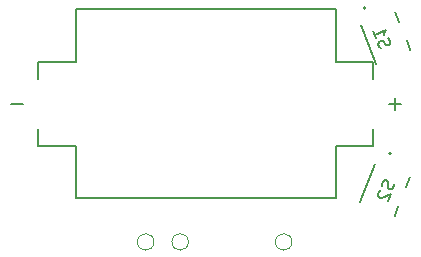
<source format=gbr>
%TF.GenerationSoftware,KiCad,Pcbnew,7.0.11*%
%TF.CreationDate,2024-11-14T13:48:53-05:00*%
%TF.ProjectId,IO_watch,494f5f77-6174-4636-982e-6b696361645f,rev?*%
%TF.SameCoordinates,Original*%
%TF.FileFunction,Legend,Bot*%
%TF.FilePolarity,Positive*%
%FSLAX46Y46*%
G04 Gerber Fmt 4.6, Leading zero omitted, Abs format (unit mm)*
G04 Created by KiCad (PCBNEW 7.0.11) date 2024-11-14 13:48:53*
%MOMM*%
%LPD*%
G01*
G04 APERTURE LIST*
%ADD10C,0.150000*%
%ADD11C,0.200000*%
%ADD12C,0.127000*%
%ADD13C,0.120000*%
G04 APERTURE END LIST*
D10*
X146888675Y-76549953D02*
X146792214Y-76434320D01*
X146792214Y-76434320D02*
X146705338Y-76212640D01*
X146705338Y-76212640D02*
X146714924Y-76106593D01*
X146714924Y-76106593D02*
X146741885Y-76044882D01*
X146741885Y-76044882D02*
X146813182Y-75965796D01*
X146813182Y-75965796D02*
X146901854Y-75931046D01*
X146901854Y-75931046D02*
X147007901Y-75940632D01*
X147007901Y-75940632D02*
X147069612Y-75967593D01*
X147069612Y-75967593D02*
X147148698Y-76038890D01*
X147148698Y-76038890D02*
X147262535Y-76198858D01*
X147262535Y-76198858D02*
X147341621Y-76270155D01*
X147341621Y-76270155D02*
X147403332Y-76297116D01*
X147403332Y-76297116D02*
X147509379Y-76306702D01*
X147509379Y-76306702D02*
X147598051Y-76271952D01*
X147598051Y-76271952D02*
X147669348Y-76192866D01*
X147669348Y-76192866D02*
X147696309Y-76131155D01*
X147696309Y-76131155D02*
X147705894Y-76025108D01*
X147705894Y-76025108D02*
X147619019Y-75803428D01*
X147619019Y-75803428D02*
X147522558Y-75687795D01*
X146288336Y-75148577D02*
X146496837Y-75680608D01*
X146392587Y-75414592D02*
X147323643Y-75049716D01*
X147323643Y-75049716D02*
X147225385Y-75190513D01*
X147225385Y-75190513D02*
X147171463Y-75313935D01*
X147171463Y-75313935D02*
X147161877Y-75419982D01*
X148027927Y-88034401D02*
X148020138Y-88184784D01*
X148020138Y-88184784D02*
X147933262Y-88406464D01*
X147933262Y-88406464D02*
X147854176Y-88477761D01*
X147854176Y-88477761D02*
X147792465Y-88504722D01*
X147792465Y-88504722D02*
X147686418Y-88514308D01*
X147686418Y-88514308D02*
X147597746Y-88479558D01*
X147597746Y-88479558D02*
X147526449Y-88400472D01*
X147526449Y-88400472D02*
X147499488Y-88338761D01*
X147499488Y-88338761D02*
X147489902Y-88232714D01*
X147489902Y-88232714D02*
X147515067Y-88037995D01*
X147515067Y-88037995D02*
X147505481Y-87931947D01*
X147505481Y-87931947D02*
X147478520Y-87870236D01*
X147478520Y-87870236D02*
X147407223Y-87791150D01*
X147407223Y-87791150D02*
X147318551Y-87756400D01*
X147318551Y-87756400D02*
X147212504Y-87765986D01*
X147212504Y-87765986D02*
X147150793Y-87792947D01*
X147150793Y-87792947D02*
X147071707Y-87864244D01*
X147071707Y-87864244D02*
X146984831Y-88085924D01*
X146984831Y-88085924D02*
X146977042Y-88236307D01*
X146882377Y-88608370D02*
X146820666Y-88635331D01*
X146820666Y-88635331D02*
X146741580Y-88706628D01*
X146741580Y-88706628D02*
X146654705Y-88928308D01*
X146654705Y-88928308D02*
X146664290Y-89034355D01*
X146664290Y-89034355D02*
X146691251Y-89096066D01*
X146691251Y-89096066D02*
X146762548Y-89175152D01*
X146762548Y-89175152D02*
X146851220Y-89209902D01*
X146851220Y-89209902D02*
X147001603Y-89217691D01*
X147001603Y-89217691D02*
X147742136Y-88894160D01*
X147742136Y-88894160D02*
X147516260Y-89470528D01*
D11*
%TO.C,S1*%
X145650355Y-73163368D02*
G75*
G03*
X145450353Y-73163368I-100001J0D01*
G01*
X145450353Y-73163368D02*
G75*
G03*
X145650355Y-73163368I100001J0D01*
G01*
D12*
X149414240Y-76750863D02*
X149085851Y-75912913D01*
X148465561Y-74330118D02*
X148137171Y-73492167D01*
X145225760Y-74633137D02*
X146502829Y-77891833D01*
D13*
%TO.C,TP5*%
X139384000Y-92964000D02*
G75*
G03*
X137984000Y-92964000I-700000J0D01*
G01*
X137984000Y-92964000D02*
G75*
G03*
X139384000Y-92964000I700000J0D01*
G01*
D12*
%TO.C,BT1*%
X148080000Y-80780000D02*
X148080000Y-81780000D01*
X147580000Y-81280000D02*
X148580000Y-81280000D01*
X146280000Y-84810500D02*
X146280000Y-83405000D01*
X146280000Y-84810500D02*
X143080000Y-84810500D01*
X146280000Y-77749500D02*
X146280000Y-79155000D01*
X143080000Y-89280000D02*
X121080000Y-89280000D01*
X143080000Y-84810500D02*
X143080000Y-89280000D01*
X143080000Y-77749500D02*
X146280000Y-77749500D01*
X143080000Y-73280000D02*
X143080000Y-77749500D01*
X121080000Y-89280000D02*
X121080000Y-84810500D01*
X121080000Y-84810500D02*
X117880000Y-84810500D01*
X121080000Y-77749500D02*
X121080000Y-73280000D01*
X121080000Y-73280000D02*
X143080000Y-73280000D01*
X117880000Y-84810500D02*
X117880000Y-83405000D01*
X117880000Y-79155000D02*
X117880000Y-77749500D01*
X117880000Y-77749500D02*
X121080000Y-77749500D01*
X116580000Y-81280000D02*
X115580000Y-81280000D01*
%TO.C,S2*%
X146441035Y-86333532D02*
X145163966Y-89592228D01*
X149024057Y-88312452D02*
X149352446Y-87474502D01*
X148075377Y-90733198D02*
X148403767Y-89895247D01*
D11*
X147777821Y-85475662D02*
G75*
G03*
X147577821Y-85475662I-100000J0D01*
G01*
X147577821Y-85475662D02*
G75*
G03*
X147777821Y-85475662I100000J0D01*
G01*
D13*
%TO.C,TP1*%
X127700000Y-92964000D02*
G75*
G03*
X126300000Y-92964000I-700000J0D01*
G01*
X126300000Y-92964000D02*
G75*
G03*
X127700000Y-92964000I700000J0D01*
G01*
%TO.C,TP2*%
X130621000Y-92964000D02*
G75*
G03*
X129221000Y-92964000I-700000J0D01*
G01*
X129221000Y-92964000D02*
G75*
G03*
X130621000Y-92964000I700000J0D01*
G01*
%TD*%
M02*

</source>
